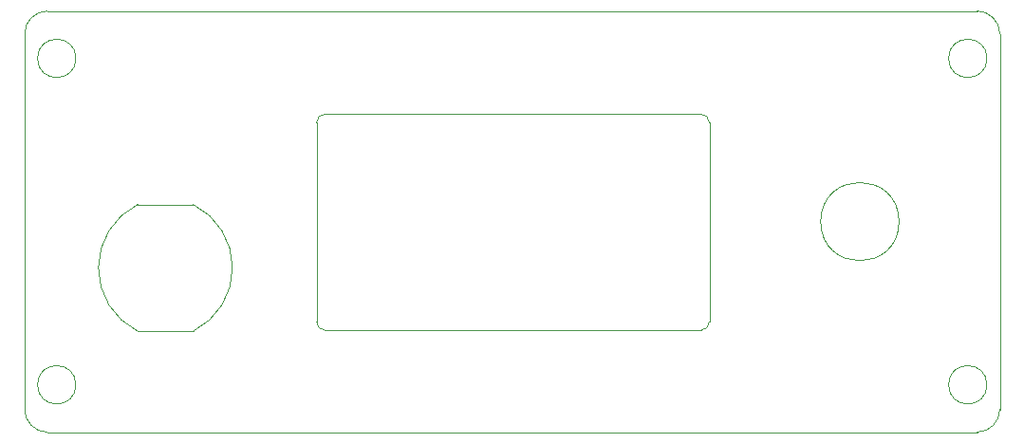
<source format=gbr>
%TF.GenerationSoftware,KiCad,Pcbnew,8.99.0-unknown*%
%TF.CreationDate,2024-06-21T09:57:36-04:00*%
%TF.ProjectId,faceEdgeCuts,66616365-4564-4676-9543-7574732e6b69,rev?*%
%TF.SameCoordinates,Original*%
%TF.FileFunction,Profile,NP*%
%FSLAX46Y46*%
G04 Gerber Fmt 4.6, Leading zero omitted, Abs format (unit mm)*
G04 Created by KiCad (PCBNEW 8.99.0-unknown) date 2024-06-21 09:57:36*
%MOMM*%
%LPD*%
G01*
G04 APERTURE LIST*
%TA.AperFunction,Profile*%
%ADD10C,0.050000*%
%TD*%
G04 APERTURE END LIST*
D10*
X99827500Y-139398800D02*
G75*
G02*
X100589500Y-140160800I0J-762000D01*
G01*
X125354500Y-134433100D02*
G75*
G02*
X121925500Y-134433100I-1714500J0D01*
G01*
X121925500Y-134433100D02*
G75*
G02*
X125354500Y-134433100I1714500J0D01*
G01*
X49586300Y-147476000D02*
X54539300Y-147476000D01*
X126497500Y-165764000D02*
G75*
G02*
X124465500Y-167796000I-2032000J0D01*
G01*
X49586300Y-158779000D02*
G75*
G02*
X49586300Y-147476000I2803410J5651500D01*
G01*
X39502500Y-132236000D02*
G75*
G02*
X41534500Y-130204000I2032000J0D01*
G01*
X117505900Y-149000000D02*
G75*
G02*
X110520900Y-149000000I-3492500J0D01*
G01*
X110520900Y-149000000D02*
G75*
G02*
X117505900Y-149000000I3492500J0D01*
G01*
X100589500Y-157940800D02*
X100589500Y-140160800D01*
X54539300Y-147476000D02*
G75*
G02*
X54539300Y-158779000I-2803410J-5651500D01*
G01*
X66299500Y-158702800D02*
G75*
G02*
X65537500Y-157940800I0J762000D01*
G01*
X54539300Y-158779000D02*
X49586300Y-158779000D01*
X126497500Y-132236000D02*
X126497500Y-165764000D01*
X65537500Y-140160800D02*
G75*
G02*
X66299500Y-139398800I762000J0D01*
G01*
X125354500Y-163566900D02*
G75*
G02*
X121925500Y-163566900I-1714500J0D01*
G01*
X121925500Y-163566900D02*
G75*
G02*
X125354500Y-163566900I1714500J0D01*
G01*
X44074500Y-134433100D02*
G75*
G02*
X40645500Y-134433100I-1714500J0D01*
G01*
X40645500Y-134433100D02*
G75*
G02*
X44074500Y-134433100I1714500J0D01*
G01*
X124465500Y-167796000D02*
X41534500Y-167796000D01*
X44074500Y-163566900D02*
G75*
G02*
X40645500Y-163566900I-1714500J0D01*
G01*
X40645500Y-163566900D02*
G75*
G02*
X44074500Y-163566900I1714500J0D01*
G01*
X39502500Y-165764000D02*
X39502500Y-132236000D01*
X124465500Y-130204000D02*
G75*
G02*
X126497500Y-132236000I0J-2032000D01*
G01*
X41534500Y-167796000D02*
G75*
G02*
X39502500Y-165764000I0J2032000D01*
G01*
X65537500Y-140160800D02*
X65537500Y-157940800D01*
X100589500Y-157940800D02*
G75*
G02*
X99827500Y-158702800I-762000J0D01*
G01*
X99827500Y-139398800D02*
X66299500Y-139398800D01*
X66299500Y-158702800D02*
X99827500Y-158702800D01*
X41534500Y-130204000D02*
X124465500Y-130204000D01*
M02*

</source>
